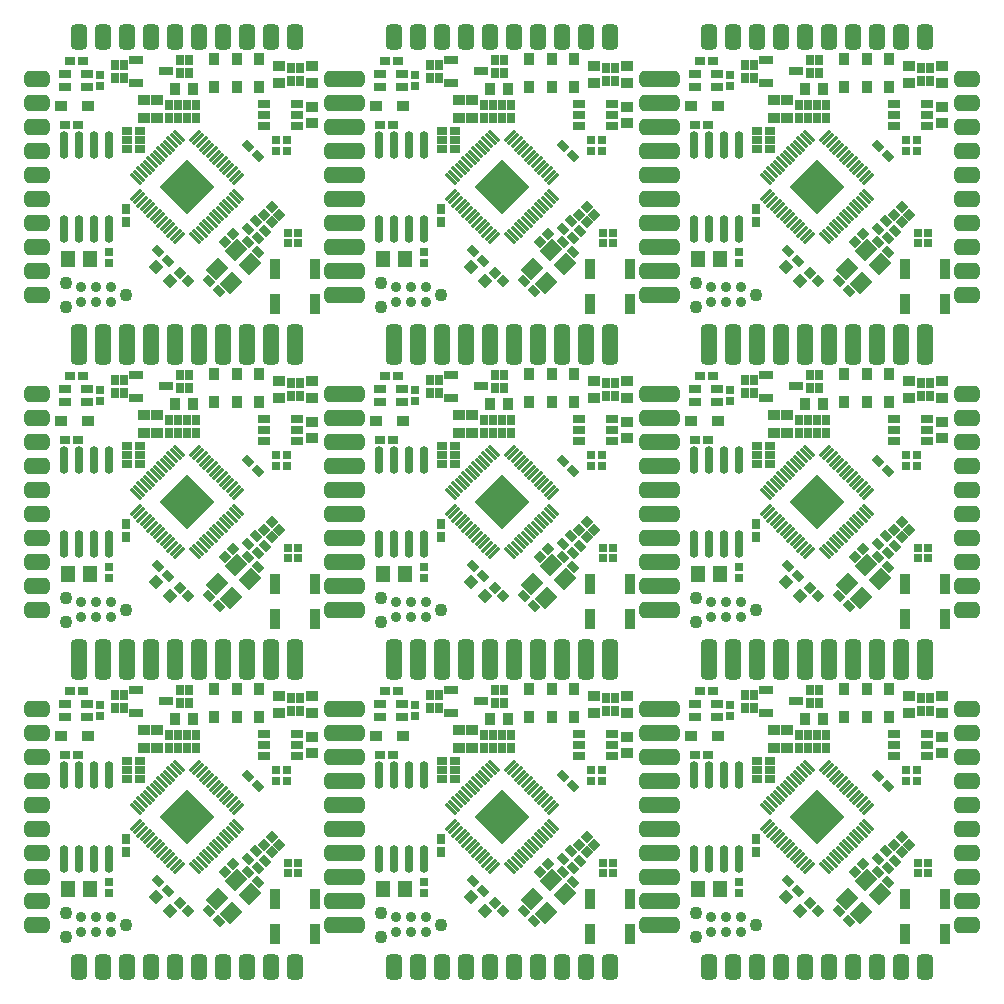
<source format=gts>
G04*
G04 #@! TF.GenerationSoftware,Altium Limited,Altium Designer,22.4.2 (48)*
G04*
G04 Layer_Color=8388736*
%FSLAX25Y25*%
%MOIN*%
G70*
G04*
G04 #@! TF.SameCoordinates,F7A32F1D-F3F7-4B4C-9B7F-94E23BE0E7E2*
G04*
G04*
G04 #@! TF.FilePolarity,Negative*
G04*
G01*
G75*
%ADD46R,0.02894X0.02894*%
G04:AMPARAMS|DCode=47|XSize=59.06mil|YSize=51.18mil|CornerRadius=0mil|HoleSize=0mil|Usage=FLASHONLY|Rotation=45.000|XOffset=0mil|YOffset=0mil|HoleType=Round|Shape=Rectangle|*
%AMROTATEDRECTD47*
4,1,4,-0.00278,-0.03897,-0.03897,-0.00278,0.00278,0.03897,0.03897,0.00278,-0.00278,-0.03897,0.0*
%
%ADD47ROTATEDRECTD47*%

%ADD48O,0.02874X0.09252*%
G04:AMPARAMS|DCode=49|XSize=47.24mil|YSize=11.81mil|CornerRadius=0mil|HoleSize=0mil|Usage=FLASHONLY|Rotation=45.000|XOffset=0mil|YOffset=0mil|HoleType=Round|Shape=Rectangle|*
%AMROTATEDRECTD49*
4,1,4,-0.01253,-0.02088,-0.02088,-0.01253,0.01253,0.02088,0.02088,0.01253,-0.01253,-0.02088,0.0*
%
%ADD49ROTATEDRECTD49*%

G04:AMPARAMS|DCode=50|XSize=47.24mil|YSize=11.81mil|CornerRadius=0mil|HoleSize=0mil|Usage=FLASHONLY|Rotation=135.000|XOffset=0mil|YOffset=0mil|HoleType=Round|Shape=Rectangle|*
%AMROTATEDRECTD50*
4,1,4,0.02088,-0.01253,0.01253,-0.02088,-0.02088,0.01253,-0.01253,0.02088,0.02088,-0.01253,0.0*
%
%ADD50ROTATEDRECTD50*%

%ADD51P,0.18374X4X90.0*%
%ADD52R,0.03894X0.03094*%
%ADD53R,0.04606X0.02756*%
%ADD54R,0.04331X0.02559*%
%ADD55R,0.03543X0.07087*%
%ADD56P,0.04092X4X360.0*%
%ADD57R,0.02894X0.02894*%
%ADD58P,0.04092X4X90.0*%
%ADD59R,0.04853X0.05815*%
%ADD60R,0.03894X0.03594*%
%ADD61R,0.03594X0.03894*%
%ADD62C,0.03494*%
%ADD63P,0.05011X4X270.0*%
%ADD64R,0.04331X0.03347*%
%ADD65R,0.03347X0.04331*%
G04:AMPARAMS|DCode=66|XSize=33.94mil|YSize=25.44mil|CornerRadius=0mil|HoleSize=0mil|Usage=FLASHONLY|Rotation=135.000|XOffset=0mil|YOffset=0mil|HoleType=Round|Shape=Rectangle|*
%AMROTATEDRECTD66*
4,1,4,0.02099,-0.00301,0.00301,-0.02099,-0.02099,0.00301,-0.00301,0.02099,0.02099,-0.00301,0.0*
%
%ADD66ROTATEDRECTD66*%

%ADD67R,0.02544X0.03394*%
%ADD68R,0.03394X0.02544*%
%ADD69R,0.03937X0.03543*%
G04:AMPARAMS|DCode=70|XSize=53.94mil|YSize=83.94mil|CornerRadius=14.47mil|HoleSize=0mil|Usage=FLASHONLY|Rotation=90.000|XOffset=0mil|YOffset=0mil|HoleType=Round|Shape=RoundedRectangle|*
%AMROUNDEDRECTD70*
21,1,0.05394,0.05500,0,0,90.0*
21,1,0.02500,0.08394,0,0,90.0*
1,1,0.02894,0.02750,0.01250*
1,1,0.02894,0.02750,-0.01250*
1,1,0.02894,-0.02750,-0.01250*
1,1,0.02894,-0.02750,0.01250*
%
%ADD70ROUNDEDRECTD70*%
G04:AMPARAMS|DCode=71|XSize=53.94mil|YSize=83.94mil|CornerRadius=14.47mil|HoleSize=0mil|Usage=FLASHONLY|Rotation=180.000|XOffset=0mil|YOffset=0mil|HoleType=Round|Shape=RoundedRectangle|*
%AMROUNDEDRECTD71*
21,1,0.05394,0.05500,0,0,180.0*
21,1,0.02500,0.08394,0,0,180.0*
1,1,0.02894,-0.01250,0.02750*
1,1,0.02894,0.01250,0.02750*
1,1,0.02894,0.01250,-0.02750*
1,1,0.02894,-0.01250,-0.02750*
%
%ADD71ROUNDEDRECTD71*%
%ADD72C,0.04284*%
D46*
X41500Y45700D02*
D03*
Y42300D02*
D03*
X101000Y52200D02*
D03*
Y48800D02*
D03*
X104500D02*
D03*
Y52200D02*
D03*
X38500Y104700D02*
D03*
Y101300D02*
D03*
X146500Y45700D02*
D03*
Y42300D02*
D03*
X206000Y52200D02*
D03*
Y48800D02*
D03*
X209500D02*
D03*
Y52200D02*
D03*
X143500Y104700D02*
D03*
Y101300D02*
D03*
X251500Y45700D02*
D03*
Y42300D02*
D03*
X311000Y52200D02*
D03*
Y48800D02*
D03*
X314500D02*
D03*
Y52200D02*
D03*
X248500Y104700D02*
D03*
Y101300D02*
D03*
X41500Y150700D02*
D03*
Y147300D02*
D03*
X101000Y157200D02*
D03*
Y153800D02*
D03*
X104500D02*
D03*
Y157200D02*
D03*
X38500Y209700D02*
D03*
Y206300D02*
D03*
X146500Y150700D02*
D03*
Y147300D02*
D03*
X206000Y157200D02*
D03*
Y153800D02*
D03*
X209500D02*
D03*
Y157200D02*
D03*
X143500Y209700D02*
D03*
Y206300D02*
D03*
X251500Y150700D02*
D03*
Y147300D02*
D03*
X311000Y157200D02*
D03*
Y153800D02*
D03*
X314500D02*
D03*
Y157200D02*
D03*
X248500Y209700D02*
D03*
Y206300D02*
D03*
X41500Y255700D02*
D03*
Y252300D02*
D03*
X101000Y262200D02*
D03*
Y258800D02*
D03*
X104500D02*
D03*
Y262200D02*
D03*
X38500Y314700D02*
D03*
Y311300D02*
D03*
X146500Y255700D02*
D03*
Y252300D02*
D03*
X206000Y262200D02*
D03*
Y258800D02*
D03*
X209500D02*
D03*
Y262200D02*
D03*
X143500Y314700D02*
D03*
Y311300D02*
D03*
X251500Y255700D02*
D03*
Y252300D02*
D03*
X311000Y262200D02*
D03*
Y258800D02*
D03*
X314500D02*
D03*
Y262200D02*
D03*
X248500Y314700D02*
D03*
Y311300D02*
D03*
D47*
X77572Y40304D02*
D03*
X83696Y46428D02*
D03*
X88428Y41696D02*
D03*
X82304Y35572D02*
D03*
X182572Y40304D02*
D03*
X188696Y46428D02*
D03*
X193429Y41696D02*
D03*
X187304Y35572D02*
D03*
X287572Y40304D02*
D03*
X293696Y46428D02*
D03*
X298429Y41696D02*
D03*
X292304Y35572D02*
D03*
X77572Y145304D02*
D03*
X83696Y151428D02*
D03*
X88428Y146696D02*
D03*
X82304Y140571D02*
D03*
X182572Y145304D02*
D03*
X188696Y151428D02*
D03*
X193429Y146696D02*
D03*
X187304Y140571D02*
D03*
X287572Y145304D02*
D03*
X293696Y151428D02*
D03*
X298429Y146696D02*
D03*
X292304Y140571D02*
D03*
X77572Y250304D02*
D03*
X83696Y256428D02*
D03*
X88428Y251696D02*
D03*
X82304Y245571D02*
D03*
X182572Y250304D02*
D03*
X188696Y256428D02*
D03*
X193429Y251696D02*
D03*
X187304Y245571D02*
D03*
X287572Y250304D02*
D03*
X293696Y256428D02*
D03*
X298429Y251696D02*
D03*
X292304Y245571D02*
D03*
D48*
X41500Y81398D02*
D03*
X36500D02*
D03*
X31500D02*
D03*
X26500D02*
D03*
X41500Y53602D02*
D03*
X36500D02*
D03*
X31500D02*
D03*
X26500D02*
D03*
X146500Y81398D02*
D03*
X141500D02*
D03*
X136500D02*
D03*
X131500D02*
D03*
X146500Y53602D02*
D03*
X141500D02*
D03*
X136500D02*
D03*
X131500D02*
D03*
X251500Y81398D02*
D03*
X246500D02*
D03*
X241500D02*
D03*
X236500D02*
D03*
X251500Y53602D02*
D03*
X246500D02*
D03*
X241500D02*
D03*
X236500D02*
D03*
X41500Y186398D02*
D03*
X36500D02*
D03*
X31500D02*
D03*
X26500D02*
D03*
X41500Y158602D02*
D03*
X36500D02*
D03*
X31500D02*
D03*
X26500D02*
D03*
X146500Y186398D02*
D03*
X141500D02*
D03*
X136500D02*
D03*
X131500D02*
D03*
X146500Y158602D02*
D03*
X141500D02*
D03*
X136500D02*
D03*
X131500D02*
D03*
X251500Y186398D02*
D03*
X246500D02*
D03*
X241500D02*
D03*
X236500D02*
D03*
X251500Y158602D02*
D03*
X246500D02*
D03*
X241500D02*
D03*
X236500D02*
D03*
X41500Y291398D02*
D03*
X36500D02*
D03*
X31500D02*
D03*
X26500D02*
D03*
X41500Y263602D02*
D03*
X36500D02*
D03*
X31500D02*
D03*
X26500D02*
D03*
X146500Y291398D02*
D03*
X141500D02*
D03*
X136500D02*
D03*
X131500D02*
D03*
X146500Y263602D02*
D03*
X141500D02*
D03*
X136500D02*
D03*
X131500D02*
D03*
X251500Y291398D02*
D03*
X246500D02*
D03*
X241500D02*
D03*
X236500D02*
D03*
X251500Y263602D02*
D03*
X246500D02*
D03*
X241500D02*
D03*
X236500D02*
D03*
D49*
X50379Y64855D02*
D03*
X51493Y63742D02*
D03*
X52606Y62628D02*
D03*
X53720Y61515D02*
D03*
X54833Y60401D02*
D03*
X55947Y59288D02*
D03*
X57060Y58174D02*
D03*
X58174Y57060D02*
D03*
X59288Y55947D02*
D03*
X60401Y54833D02*
D03*
X61515Y53720D02*
D03*
X62628Y52606D02*
D03*
X63742Y51493D02*
D03*
X64855Y50379D02*
D03*
X84621Y70145D02*
D03*
X83507Y71258D02*
D03*
X82394Y72372D02*
D03*
X81280Y73485D02*
D03*
X80167Y74599D02*
D03*
X79053Y75713D02*
D03*
X77940Y76826D02*
D03*
X76826Y77940D02*
D03*
X75713Y79053D02*
D03*
X74599Y80167D02*
D03*
X73485Y81280D02*
D03*
X72372Y82394D02*
D03*
X71258Y83507D02*
D03*
X70145Y84621D02*
D03*
X155379Y64855D02*
D03*
X156493Y63742D02*
D03*
X157606Y62628D02*
D03*
X158720Y61515D02*
D03*
X159833Y60401D02*
D03*
X160947Y59288D02*
D03*
X162060Y58174D02*
D03*
X163174Y57060D02*
D03*
X164288Y55947D02*
D03*
X165401Y54833D02*
D03*
X166515Y53720D02*
D03*
X167628Y52606D02*
D03*
X168742Y51493D02*
D03*
X169855Y50379D02*
D03*
X189621Y70145D02*
D03*
X188507Y71258D02*
D03*
X187394Y72372D02*
D03*
X186280Y73485D02*
D03*
X185167Y74599D02*
D03*
X184053Y75713D02*
D03*
X182940Y76826D02*
D03*
X181826Y77940D02*
D03*
X180712Y79053D02*
D03*
X179599Y80167D02*
D03*
X178485Y81280D02*
D03*
X177372Y82394D02*
D03*
X176258Y83507D02*
D03*
X175145Y84621D02*
D03*
X260379Y64855D02*
D03*
X261493Y63742D02*
D03*
X262606Y62628D02*
D03*
X263720Y61515D02*
D03*
X264833Y60401D02*
D03*
X265947Y59288D02*
D03*
X267060Y58174D02*
D03*
X268174Y57060D02*
D03*
X269288Y55947D02*
D03*
X270401Y54833D02*
D03*
X271515Y53720D02*
D03*
X272628Y52606D02*
D03*
X273742Y51493D02*
D03*
X274855Y50379D02*
D03*
X294621Y70145D02*
D03*
X293507Y71258D02*
D03*
X292394Y72372D02*
D03*
X291280Y73485D02*
D03*
X290167Y74599D02*
D03*
X289053Y75713D02*
D03*
X287940Y76826D02*
D03*
X286826Y77940D02*
D03*
X285713Y79053D02*
D03*
X284599Y80167D02*
D03*
X283485Y81280D02*
D03*
X282372Y82394D02*
D03*
X281258Y83507D02*
D03*
X280145Y84621D02*
D03*
X50379Y169855D02*
D03*
X51493Y168742D02*
D03*
X52606Y167628D02*
D03*
X53720Y166515D02*
D03*
X54833Y165401D02*
D03*
X55947Y164288D02*
D03*
X57060Y163174D02*
D03*
X58174Y162060D02*
D03*
X59288Y160947D02*
D03*
X60401Y159833D02*
D03*
X61515Y158720D02*
D03*
X62628Y157606D02*
D03*
X63742Y156493D02*
D03*
X64855Y155379D02*
D03*
X84621Y175145D02*
D03*
X83507Y176258D02*
D03*
X82394Y177372D02*
D03*
X81280Y178485D02*
D03*
X80167Y179599D02*
D03*
X79053Y180712D02*
D03*
X77940Y181826D02*
D03*
X76826Y182940D02*
D03*
X75713Y184053D02*
D03*
X74599Y185167D02*
D03*
X73485Y186280D02*
D03*
X72372Y187394D02*
D03*
X71258Y188507D02*
D03*
X70145Y189621D02*
D03*
X155379Y169855D02*
D03*
X156493Y168742D02*
D03*
X157606Y167628D02*
D03*
X158720Y166515D02*
D03*
X159833Y165401D02*
D03*
X160947Y164288D02*
D03*
X162060Y163174D02*
D03*
X163174Y162060D02*
D03*
X164288Y160947D02*
D03*
X165401Y159833D02*
D03*
X166515Y158720D02*
D03*
X167628Y157606D02*
D03*
X168742Y156493D02*
D03*
X169855Y155379D02*
D03*
X189621Y175145D02*
D03*
X188507Y176258D02*
D03*
X187394Y177372D02*
D03*
X186280Y178485D02*
D03*
X185167Y179599D02*
D03*
X184053Y180712D02*
D03*
X182940Y181826D02*
D03*
X181826Y182940D02*
D03*
X180712Y184053D02*
D03*
X179599Y185167D02*
D03*
X178485Y186280D02*
D03*
X177372Y187394D02*
D03*
X176258Y188507D02*
D03*
X175145Y189621D02*
D03*
X260379Y169855D02*
D03*
X261493Y168742D02*
D03*
X262606Y167628D02*
D03*
X263720Y166515D02*
D03*
X264833Y165401D02*
D03*
X265947Y164288D02*
D03*
X267060Y163174D02*
D03*
X268174Y162060D02*
D03*
X269288Y160947D02*
D03*
X270401Y159833D02*
D03*
X271515Y158720D02*
D03*
X272628Y157606D02*
D03*
X273742Y156493D02*
D03*
X274855Y155379D02*
D03*
X294621Y175145D02*
D03*
X293507Y176258D02*
D03*
X292394Y177372D02*
D03*
X291280Y178485D02*
D03*
X290167Y179599D02*
D03*
X289053Y180712D02*
D03*
X287940Y181826D02*
D03*
X286826Y182940D02*
D03*
X285713Y184053D02*
D03*
X284599Y185167D02*
D03*
X283485Y186280D02*
D03*
X282372Y187394D02*
D03*
X281258Y188507D02*
D03*
X280145Y189621D02*
D03*
X50379Y274855D02*
D03*
X51493Y273742D02*
D03*
X52606Y272628D02*
D03*
X53720Y271515D02*
D03*
X54833Y270401D02*
D03*
X55947Y269288D02*
D03*
X57060Y268174D02*
D03*
X58174Y267060D02*
D03*
X59288Y265947D02*
D03*
X60401Y264833D02*
D03*
X61515Y263720D02*
D03*
X62628Y262606D02*
D03*
X63742Y261493D02*
D03*
X64855Y260379D02*
D03*
X84621Y280145D02*
D03*
X83507Y281258D02*
D03*
X82394Y282372D02*
D03*
X81280Y283485D02*
D03*
X80167Y284599D02*
D03*
X79053Y285713D02*
D03*
X77940Y286826D02*
D03*
X76826Y287940D02*
D03*
X75713Y289053D02*
D03*
X74599Y290167D02*
D03*
X73485Y291280D02*
D03*
X72372Y292394D02*
D03*
X71258Y293507D02*
D03*
X70145Y294621D02*
D03*
X155379Y274855D02*
D03*
X156493Y273742D02*
D03*
X157606Y272628D02*
D03*
X158720Y271515D02*
D03*
X159833Y270401D02*
D03*
X160947Y269288D02*
D03*
X162060Y268174D02*
D03*
X163174Y267060D02*
D03*
X164288Y265947D02*
D03*
X165401Y264833D02*
D03*
X166515Y263720D02*
D03*
X167628Y262606D02*
D03*
X168742Y261493D02*
D03*
X169855Y260379D02*
D03*
X189621Y280145D02*
D03*
X188507Y281258D02*
D03*
X187394Y282372D02*
D03*
X186280Y283485D02*
D03*
X185167Y284599D02*
D03*
X184053Y285713D02*
D03*
X182940Y286826D02*
D03*
X181826Y287940D02*
D03*
X180712Y289053D02*
D03*
X179599Y290167D02*
D03*
X178485Y291280D02*
D03*
X177372Y292394D02*
D03*
X176258Y293507D02*
D03*
X175145Y294621D02*
D03*
X260379Y274855D02*
D03*
X261493Y273742D02*
D03*
X262606Y272628D02*
D03*
X263720Y271515D02*
D03*
X264833Y270401D02*
D03*
X265947Y269288D02*
D03*
X267060Y268174D02*
D03*
X268174Y267060D02*
D03*
X269288Y265947D02*
D03*
X270401Y264833D02*
D03*
X271515Y263720D02*
D03*
X272628Y262606D02*
D03*
X273742Y261493D02*
D03*
X274855Y260379D02*
D03*
X294621Y280145D02*
D03*
X293507Y281258D02*
D03*
X292394Y282372D02*
D03*
X291280Y283485D02*
D03*
X290167Y284599D02*
D03*
X289053Y285713D02*
D03*
X287940Y286826D02*
D03*
X286826Y287940D02*
D03*
X285713Y289053D02*
D03*
X284599Y290167D02*
D03*
X283485Y291280D02*
D03*
X282372Y292394D02*
D03*
X281258Y293507D02*
D03*
X280145Y294621D02*
D03*
D50*
X70145Y50379D02*
D03*
X71258Y51493D02*
D03*
X72372Y52606D02*
D03*
X73485Y53720D02*
D03*
X74599Y54833D02*
D03*
X75713Y55947D02*
D03*
X76826Y57060D02*
D03*
X77940Y58174D02*
D03*
X79053Y59288D02*
D03*
X80167Y60401D02*
D03*
X81280Y61515D02*
D03*
X82394Y62628D02*
D03*
X83507Y63742D02*
D03*
X84621Y64855D02*
D03*
X64855Y84621D02*
D03*
X63742Y83507D02*
D03*
X62628Y82394D02*
D03*
X61515Y81280D02*
D03*
X60401Y80167D02*
D03*
X59288Y79053D02*
D03*
X58174Y77940D02*
D03*
X57060Y76826D02*
D03*
X55947Y75713D02*
D03*
X54833Y74599D02*
D03*
X53720Y73485D02*
D03*
X52606Y72372D02*
D03*
X51493Y71258D02*
D03*
X50379Y70145D02*
D03*
X175145Y50379D02*
D03*
X176258Y51493D02*
D03*
X177372Y52606D02*
D03*
X178485Y53720D02*
D03*
X179599Y54833D02*
D03*
X180712Y55947D02*
D03*
X181826Y57060D02*
D03*
X182940Y58174D02*
D03*
X184053Y59288D02*
D03*
X185167Y60401D02*
D03*
X186280Y61515D02*
D03*
X187394Y62628D02*
D03*
X188507Y63742D02*
D03*
X189621Y64855D02*
D03*
X169855Y84621D02*
D03*
X168742Y83507D02*
D03*
X167628Y82394D02*
D03*
X166515Y81280D02*
D03*
X165401Y80167D02*
D03*
X164288Y79053D02*
D03*
X163174Y77940D02*
D03*
X162060Y76826D02*
D03*
X160947Y75713D02*
D03*
X159833Y74599D02*
D03*
X158720Y73485D02*
D03*
X157606Y72372D02*
D03*
X156493Y71258D02*
D03*
X155379Y70145D02*
D03*
X280145Y50379D02*
D03*
X281258Y51493D02*
D03*
X282372Y52606D02*
D03*
X283485Y53720D02*
D03*
X284599Y54833D02*
D03*
X285713Y55947D02*
D03*
X286826Y57060D02*
D03*
X287940Y58174D02*
D03*
X289053Y59288D02*
D03*
X290167Y60401D02*
D03*
X291280Y61515D02*
D03*
X292394Y62628D02*
D03*
X293507Y63742D02*
D03*
X294621Y64855D02*
D03*
X274855Y84621D02*
D03*
X273742Y83507D02*
D03*
X272628Y82394D02*
D03*
X271515Y81280D02*
D03*
X270401Y80167D02*
D03*
X269288Y79053D02*
D03*
X268174Y77940D02*
D03*
X267060Y76826D02*
D03*
X265947Y75713D02*
D03*
X264833Y74599D02*
D03*
X263720Y73485D02*
D03*
X262606Y72372D02*
D03*
X261493Y71258D02*
D03*
X260379Y70145D02*
D03*
X70145Y155379D02*
D03*
X71258Y156493D02*
D03*
X72372Y157606D02*
D03*
X73485Y158720D02*
D03*
X74599Y159833D02*
D03*
X75713Y160947D02*
D03*
X76826Y162060D02*
D03*
X77940Y163174D02*
D03*
X79053Y164288D02*
D03*
X80167Y165401D02*
D03*
X81280Y166515D02*
D03*
X82394Y167628D02*
D03*
X83507Y168742D02*
D03*
X84621Y169855D02*
D03*
X64855Y189621D02*
D03*
X63742Y188507D02*
D03*
X62628Y187394D02*
D03*
X61515Y186280D02*
D03*
X60401Y185167D02*
D03*
X59288Y184053D02*
D03*
X58174Y182940D02*
D03*
X57060Y181826D02*
D03*
X55947Y180712D02*
D03*
X54833Y179599D02*
D03*
X53720Y178485D02*
D03*
X52606Y177372D02*
D03*
X51493Y176258D02*
D03*
X50379Y175145D02*
D03*
X175145Y155379D02*
D03*
X176258Y156493D02*
D03*
X177372Y157606D02*
D03*
X178485Y158720D02*
D03*
X179599Y159833D02*
D03*
X180712Y160947D02*
D03*
X181826Y162060D02*
D03*
X182940Y163174D02*
D03*
X184053Y164288D02*
D03*
X185167Y165401D02*
D03*
X186280Y166515D02*
D03*
X187394Y167628D02*
D03*
X188507Y168742D02*
D03*
X189621Y169855D02*
D03*
X169855Y189621D02*
D03*
X168742Y188507D02*
D03*
X167628Y187394D02*
D03*
X166515Y186280D02*
D03*
X165401Y185167D02*
D03*
X164288Y184053D02*
D03*
X163174Y182940D02*
D03*
X162060Y181826D02*
D03*
X160947Y180712D02*
D03*
X159833Y179599D02*
D03*
X158720Y178485D02*
D03*
X157606Y177372D02*
D03*
X156493Y176258D02*
D03*
X155379Y175145D02*
D03*
X280145Y155379D02*
D03*
X281258Y156493D02*
D03*
X282372Y157606D02*
D03*
X283485Y158720D02*
D03*
X284599Y159833D02*
D03*
X285713Y160947D02*
D03*
X286826Y162060D02*
D03*
X287940Y163174D02*
D03*
X289053Y164288D02*
D03*
X290167Y165401D02*
D03*
X291280Y166515D02*
D03*
X292394Y167628D02*
D03*
X293507Y168742D02*
D03*
X294621Y169855D02*
D03*
X274855Y189621D02*
D03*
X273742Y188507D02*
D03*
X272628Y187394D02*
D03*
X271515Y186280D02*
D03*
X270401Y185167D02*
D03*
X269288Y184053D02*
D03*
X268174Y182940D02*
D03*
X267060Y181826D02*
D03*
X265947Y180712D02*
D03*
X264833Y179599D02*
D03*
X263720Y178485D02*
D03*
X262606Y177372D02*
D03*
X261493Y176258D02*
D03*
X260379Y175145D02*
D03*
X70145Y260379D02*
D03*
X71258Y261493D02*
D03*
X72372Y262606D02*
D03*
X73485Y263720D02*
D03*
X74599Y264833D02*
D03*
X75713Y265947D02*
D03*
X76826Y267060D02*
D03*
X77940Y268174D02*
D03*
X79053Y269288D02*
D03*
X80167Y270401D02*
D03*
X81280Y271515D02*
D03*
X82394Y272628D02*
D03*
X83507Y273742D02*
D03*
X84621Y274855D02*
D03*
X64855Y294621D02*
D03*
X63742Y293507D02*
D03*
X62628Y292394D02*
D03*
X61515Y291280D02*
D03*
X60401Y290167D02*
D03*
X59288Y289053D02*
D03*
X58174Y287940D02*
D03*
X57060Y286826D02*
D03*
X55947Y285713D02*
D03*
X54833Y284599D02*
D03*
X53720Y283485D02*
D03*
X52606Y282372D02*
D03*
X51493Y281258D02*
D03*
X50379Y280145D02*
D03*
X175145Y260379D02*
D03*
X176258Y261493D02*
D03*
X177372Y262606D02*
D03*
X178485Y263720D02*
D03*
X179599Y264833D02*
D03*
X180712Y265947D02*
D03*
X181826Y267060D02*
D03*
X182940Y268174D02*
D03*
X184053Y269288D02*
D03*
X185167Y270401D02*
D03*
X186280Y271515D02*
D03*
X187394Y272628D02*
D03*
X188507Y273742D02*
D03*
X189621Y274855D02*
D03*
X169855Y294621D02*
D03*
X168742Y293507D02*
D03*
X167628Y292394D02*
D03*
X166515Y291280D02*
D03*
X165401Y290167D02*
D03*
X164288Y289053D02*
D03*
X163174Y287940D02*
D03*
X162060Y286826D02*
D03*
X160947Y285713D02*
D03*
X159833Y284599D02*
D03*
X158720Y283485D02*
D03*
X157606Y282372D02*
D03*
X156493Y281258D02*
D03*
X155379Y280145D02*
D03*
X280145Y260379D02*
D03*
X281258Y261493D02*
D03*
X282372Y262606D02*
D03*
X283485Y263720D02*
D03*
X284599Y264833D02*
D03*
X285713Y265947D02*
D03*
X286826Y267060D02*
D03*
X287940Y268174D02*
D03*
X289053Y269288D02*
D03*
X290167Y270401D02*
D03*
X291280Y271515D02*
D03*
X292394Y272628D02*
D03*
X293507Y273742D02*
D03*
X294621Y274855D02*
D03*
X274855Y294621D02*
D03*
X273742Y293507D02*
D03*
X272628Y292394D02*
D03*
X271515Y291280D02*
D03*
X270401Y290167D02*
D03*
X269288Y289053D02*
D03*
X268174Y287940D02*
D03*
X267060Y286826D02*
D03*
X265947Y285713D02*
D03*
X264833Y284599D02*
D03*
X263720Y283485D02*
D03*
X262606Y282372D02*
D03*
X261493Y281258D02*
D03*
X260379Y280145D02*
D03*
D51*
X67500Y67500D02*
D03*
X172500D02*
D03*
X277500D02*
D03*
X67500Y172500D02*
D03*
X172500D02*
D03*
X277500D02*
D03*
X67500Y277500D02*
D03*
X172500D02*
D03*
X277500D02*
D03*
D52*
X34100Y105130D02*
D03*
Y100870D02*
D03*
X26900D02*
D03*
Y105130D02*
D03*
X139100D02*
D03*
Y100870D02*
D03*
X131900D02*
D03*
Y105130D02*
D03*
X244100D02*
D03*
Y100870D02*
D03*
X236900D02*
D03*
Y105130D02*
D03*
X34100Y210130D02*
D03*
Y205870D02*
D03*
X26900D02*
D03*
Y210130D02*
D03*
X139100D02*
D03*
Y205870D02*
D03*
X131900D02*
D03*
Y210130D02*
D03*
X244100D02*
D03*
Y205870D02*
D03*
X236900D02*
D03*
Y210130D02*
D03*
X34100Y315130D02*
D03*
Y310870D02*
D03*
X26900D02*
D03*
Y315130D02*
D03*
X139100D02*
D03*
Y310870D02*
D03*
X131900D02*
D03*
Y315130D02*
D03*
X244100D02*
D03*
Y310870D02*
D03*
X236900D02*
D03*
Y315130D02*
D03*
D53*
X50638Y109740D02*
D03*
Y102260D02*
D03*
X60363Y106000D02*
D03*
X155638Y109740D02*
D03*
Y102260D02*
D03*
X165363Y106000D02*
D03*
X260638Y109740D02*
D03*
Y102260D02*
D03*
X270363Y106000D02*
D03*
X50638Y214740D02*
D03*
Y207260D02*
D03*
X60363Y211000D02*
D03*
X155638Y214740D02*
D03*
Y207260D02*
D03*
X165363Y211000D02*
D03*
X260638Y214740D02*
D03*
Y207260D02*
D03*
X270363Y211000D02*
D03*
X50638Y319740D02*
D03*
Y312260D02*
D03*
X60363Y316000D02*
D03*
X155638Y319740D02*
D03*
Y312260D02*
D03*
X165363Y316000D02*
D03*
X260638Y319740D02*
D03*
Y312260D02*
D03*
X270363Y316000D02*
D03*
D54*
X92988Y87760D02*
D03*
Y91500D02*
D03*
Y95240D02*
D03*
X104012D02*
D03*
Y91500D02*
D03*
Y87760D02*
D03*
X197988D02*
D03*
Y91500D02*
D03*
Y95240D02*
D03*
X209012D02*
D03*
Y91500D02*
D03*
Y87760D02*
D03*
X302988D02*
D03*
Y91500D02*
D03*
Y95240D02*
D03*
X314012D02*
D03*
Y91500D02*
D03*
Y87760D02*
D03*
X92988Y192760D02*
D03*
Y196500D02*
D03*
Y200239D02*
D03*
X104012D02*
D03*
Y196500D02*
D03*
Y192760D02*
D03*
X197988D02*
D03*
Y196500D02*
D03*
Y200239D02*
D03*
X209012D02*
D03*
Y196500D02*
D03*
Y192760D02*
D03*
X302988D02*
D03*
Y196500D02*
D03*
Y200239D02*
D03*
X314012D02*
D03*
Y196500D02*
D03*
Y192760D02*
D03*
X92988Y297760D02*
D03*
Y301500D02*
D03*
Y305240D02*
D03*
X104012D02*
D03*
Y301500D02*
D03*
Y297760D02*
D03*
X197988D02*
D03*
Y301500D02*
D03*
Y305240D02*
D03*
X209012D02*
D03*
Y301500D02*
D03*
Y297760D02*
D03*
X302988D02*
D03*
Y301500D02*
D03*
Y305240D02*
D03*
X314012D02*
D03*
Y301500D02*
D03*
Y297760D02*
D03*
D55*
X110193Y28500D02*
D03*
X96807D02*
D03*
X110193Y40000D02*
D03*
X96807D02*
D03*
X215193Y28500D02*
D03*
X201807D02*
D03*
X215193Y40000D02*
D03*
X201807D02*
D03*
X320193Y28500D02*
D03*
X306807D02*
D03*
X320193Y40000D02*
D03*
X306807D02*
D03*
X110193Y133500D02*
D03*
X96807D02*
D03*
X110193Y145000D02*
D03*
X96807D02*
D03*
X215193Y133500D02*
D03*
X201807D02*
D03*
X215193Y145000D02*
D03*
X201807D02*
D03*
X320193Y133500D02*
D03*
X306807D02*
D03*
X320193Y145000D02*
D03*
X306807D02*
D03*
X110193Y238500D02*
D03*
X96807D02*
D03*
X110193Y250000D02*
D03*
X96807D02*
D03*
X215193Y238500D02*
D03*
X201807D02*
D03*
X215193Y250000D02*
D03*
X201807D02*
D03*
X320193Y238500D02*
D03*
X306807D02*
D03*
X320193Y250000D02*
D03*
X306807D02*
D03*
D56*
X67702Y36298D02*
D03*
X65298Y38702D02*
D03*
X95702Y55798D02*
D03*
X93298Y58202D02*
D03*
X98202Y58298D02*
D03*
X95798Y60702D02*
D03*
X172702Y36298D02*
D03*
X170298Y38702D02*
D03*
X200702Y55798D02*
D03*
X198298Y58202D02*
D03*
X203202Y58298D02*
D03*
X200798Y60702D02*
D03*
X277702Y36298D02*
D03*
X275298Y38702D02*
D03*
X305702Y55798D02*
D03*
X303298Y58202D02*
D03*
X308202Y58298D02*
D03*
X305798Y60702D02*
D03*
X67702Y141298D02*
D03*
X65298Y143702D02*
D03*
X95702Y160798D02*
D03*
X93298Y163202D02*
D03*
X98202Y163298D02*
D03*
X95798Y165702D02*
D03*
X172702Y141298D02*
D03*
X170298Y143702D02*
D03*
X200702Y160798D02*
D03*
X198298Y163202D02*
D03*
X203202Y163298D02*
D03*
X200798Y165702D02*
D03*
X277702Y141298D02*
D03*
X275298Y143702D02*
D03*
X305702Y160798D02*
D03*
X303298Y163202D02*
D03*
X308202Y163298D02*
D03*
X305798Y165702D02*
D03*
X67702Y246298D02*
D03*
X65298Y248702D02*
D03*
X95702Y265798D02*
D03*
X93298Y268202D02*
D03*
X98202Y268298D02*
D03*
X95798Y270702D02*
D03*
X172702Y246298D02*
D03*
X170298Y248702D02*
D03*
X200702Y265798D02*
D03*
X198298Y268202D02*
D03*
X203202Y268298D02*
D03*
X200798Y270702D02*
D03*
X277702Y246298D02*
D03*
X275298Y248702D02*
D03*
X305702Y265798D02*
D03*
X303298Y268202D02*
D03*
X308202Y268298D02*
D03*
X305798Y270702D02*
D03*
D57*
X97300Y79500D02*
D03*
X100700D02*
D03*
Y83000D02*
D03*
X97300D02*
D03*
X202300Y79500D02*
D03*
X205700D02*
D03*
Y83000D02*
D03*
X202300D02*
D03*
X307300Y79500D02*
D03*
X310700D02*
D03*
Y83000D02*
D03*
X307300D02*
D03*
X97300Y184500D02*
D03*
X100700D02*
D03*
Y188000D02*
D03*
X97300D02*
D03*
X202300Y184500D02*
D03*
X205700D02*
D03*
Y188000D02*
D03*
X202300D02*
D03*
X307300Y184500D02*
D03*
X310700D02*
D03*
Y188000D02*
D03*
X307300D02*
D03*
X97300Y289500D02*
D03*
X100700D02*
D03*
Y293000D02*
D03*
X97300D02*
D03*
X202300Y289500D02*
D03*
X205700D02*
D03*
Y293000D02*
D03*
X202300D02*
D03*
X307300Y289500D02*
D03*
X310700D02*
D03*
Y293000D02*
D03*
X307300D02*
D03*
D58*
X82702Y51702D02*
D03*
X80298Y49298D02*
D03*
X187702Y51702D02*
D03*
X185298Y49298D02*
D03*
X292702Y51702D02*
D03*
X290298Y49298D02*
D03*
X82702Y156702D02*
D03*
X80298Y154298D02*
D03*
X187702Y156702D02*
D03*
X185298Y154298D02*
D03*
X292702Y156702D02*
D03*
X290298Y154298D02*
D03*
X82702Y261702D02*
D03*
X80298Y259298D02*
D03*
X187702Y261702D02*
D03*
X185298Y259298D02*
D03*
X292702Y261702D02*
D03*
X290298Y259298D02*
D03*
D59*
X27696Y43500D02*
D03*
X35304D02*
D03*
X132696D02*
D03*
X140304D02*
D03*
X237696D02*
D03*
X245304D02*
D03*
X27696Y148500D02*
D03*
X35304D02*
D03*
X132696D02*
D03*
X140304D02*
D03*
X237696D02*
D03*
X245304D02*
D03*
X27696Y253500D02*
D03*
X35304D02*
D03*
X132696D02*
D03*
X140304D02*
D03*
X237696D02*
D03*
X245304D02*
D03*
D60*
X57500Y90500D02*
D03*
Y96500D02*
D03*
X53000Y90500D02*
D03*
Y96500D02*
D03*
X162500Y90500D02*
D03*
Y96500D02*
D03*
X158000Y90500D02*
D03*
Y96500D02*
D03*
X267500Y90500D02*
D03*
Y96500D02*
D03*
X263000Y90500D02*
D03*
Y96500D02*
D03*
X57500Y195500D02*
D03*
Y201500D02*
D03*
X53000Y195500D02*
D03*
Y201500D02*
D03*
X162500Y195500D02*
D03*
Y201500D02*
D03*
X158000Y195500D02*
D03*
Y201500D02*
D03*
X267500Y195500D02*
D03*
Y201500D02*
D03*
X263000Y195500D02*
D03*
Y201500D02*
D03*
X57500Y300500D02*
D03*
Y306500D02*
D03*
X53000Y300500D02*
D03*
Y306500D02*
D03*
X162500Y300500D02*
D03*
Y306500D02*
D03*
X158000Y300500D02*
D03*
Y306500D02*
D03*
X267500Y300500D02*
D03*
Y306500D02*
D03*
X263000Y300500D02*
D03*
Y306500D02*
D03*
D61*
X69500Y100000D02*
D03*
X63500D02*
D03*
X174500D02*
D03*
X168500D02*
D03*
X279500D02*
D03*
X273500D02*
D03*
X69500Y205000D02*
D03*
X63500D02*
D03*
X174500D02*
D03*
X168500D02*
D03*
X279500D02*
D03*
X273500D02*
D03*
X69500Y310000D02*
D03*
X63500D02*
D03*
X174500D02*
D03*
X168500D02*
D03*
X279500D02*
D03*
X273500D02*
D03*
D62*
X42000Y34000D02*
D03*
Y29000D02*
D03*
X37000D02*
D03*
Y34000D02*
D03*
X32000Y29000D02*
D03*
Y34000D02*
D03*
X147000D02*
D03*
Y29000D02*
D03*
X142000D02*
D03*
Y34000D02*
D03*
X137000Y29000D02*
D03*
Y34000D02*
D03*
X252000D02*
D03*
Y29000D02*
D03*
X247000D02*
D03*
Y34000D02*
D03*
X242000Y29000D02*
D03*
Y34000D02*
D03*
X42000Y139000D02*
D03*
Y134000D02*
D03*
X37000D02*
D03*
Y139000D02*
D03*
X32000Y134000D02*
D03*
Y139000D02*
D03*
X147000D02*
D03*
Y134000D02*
D03*
X142000D02*
D03*
Y139000D02*
D03*
X137000Y134000D02*
D03*
Y139000D02*
D03*
X252000D02*
D03*
Y134000D02*
D03*
X247000D02*
D03*
Y139000D02*
D03*
X242000Y134000D02*
D03*
Y139000D02*
D03*
X42000Y244000D02*
D03*
Y239000D02*
D03*
X37000D02*
D03*
Y244000D02*
D03*
X32000Y239000D02*
D03*
Y244000D02*
D03*
X147000D02*
D03*
Y239000D02*
D03*
X142000D02*
D03*
Y244000D02*
D03*
X137000Y239000D02*
D03*
Y244000D02*
D03*
X252000D02*
D03*
Y239000D02*
D03*
X247000D02*
D03*
Y244000D02*
D03*
X242000Y239000D02*
D03*
Y244000D02*
D03*
D63*
X57131Y40869D02*
D03*
X61869Y36131D02*
D03*
X162131Y40869D02*
D03*
X166869Y36131D02*
D03*
X267131Y40869D02*
D03*
X271869Y36131D02*
D03*
X57131Y145869D02*
D03*
X61869Y141131D02*
D03*
X162131Y145869D02*
D03*
X166869Y141131D02*
D03*
X267131Y145869D02*
D03*
X271869Y141131D02*
D03*
X57131Y250869D02*
D03*
X61869Y246131D02*
D03*
X162131Y250869D02*
D03*
X166869Y246131D02*
D03*
X267131Y250869D02*
D03*
X271869Y246131D02*
D03*
D64*
X25384Y94500D02*
D03*
X34617D02*
D03*
X130384D02*
D03*
X139617D02*
D03*
X235384D02*
D03*
X244617D02*
D03*
X25384Y199500D02*
D03*
X34617D02*
D03*
X130384D02*
D03*
X139617D02*
D03*
X235384D02*
D03*
X244617D02*
D03*
X25384Y304500D02*
D03*
X34617D02*
D03*
X130384D02*
D03*
X139617D02*
D03*
X235384D02*
D03*
X244617D02*
D03*
D65*
X91500Y100884D02*
D03*
Y110117D02*
D03*
X84000Y100884D02*
D03*
Y110117D02*
D03*
X76500Y100884D02*
D03*
Y110117D02*
D03*
X196500Y100884D02*
D03*
Y110117D02*
D03*
X189000Y100884D02*
D03*
Y110117D02*
D03*
X181500Y100884D02*
D03*
Y110117D02*
D03*
X301500Y100884D02*
D03*
Y110117D02*
D03*
X294000Y100884D02*
D03*
Y110117D02*
D03*
X286500Y100884D02*
D03*
Y110117D02*
D03*
X91500Y205884D02*
D03*
Y215117D02*
D03*
X84000Y205884D02*
D03*
Y215117D02*
D03*
X76500Y205884D02*
D03*
Y215117D02*
D03*
X196500Y205884D02*
D03*
Y215117D02*
D03*
X189000Y205884D02*
D03*
Y215117D02*
D03*
X181500Y205884D02*
D03*
Y215117D02*
D03*
X301500Y205884D02*
D03*
Y215117D02*
D03*
X294000Y205884D02*
D03*
Y215117D02*
D03*
X286500Y205884D02*
D03*
Y215117D02*
D03*
X91500Y310884D02*
D03*
Y320117D02*
D03*
X84000Y310884D02*
D03*
Y320117D02*
D03*
X76500Y310884D02*
D03*
Y320117D02*
D03*
X196500Y310884D02*
D03*
Y320117D02*
D03*
X189000Y310884D02*
D03*
Y320117D02*
D03*
X181500Y310884D02*
D03*
Y320117D02*
D03*
X301500Y310884D02*
D03*
Y320117D02*
D03*
X294000Y310884D02*
D03*
Y320117D02*
D03*
X286500Y310884D02*
D03*
Y320117D02*
D03*
D66*
X87980Y49020D02*
D03*
X91020Y45980D02*
D03*
X78020Y32980D02*
D03*
X74980Y36020D02*
D03*
X57980Y46020D02*
D03*
X61020Y42980D02*
D03*
X87980Y53520D02*
D03*
X91020Y50480D02*
D03*
X87980Y81020D02*
D03*
X91020Y77980D02*
D03*
X90480Y56020D02*
D03*
X93520Y52980D02*
D03*
X192980Y49020D02*
D03*
X196020Y45980D02*
D03*
X183020Y32980D02*
D03*
X179980Y36020D02*
D03*
X162980Y46020D02*
D03*
X166020Y42980D02*
D03*
X192980Y53520D02*
D03*
X196020Y50480D02*
D03*
X192980Y81020D02*
D03*
X196020Y77980D02*
D03*
X195480Y56020D02*
D03*
X198520Y52980D02*
D03*
X297980Y49020D02*
D03*
X301020Y45980D02*
D03*
X288020Y32980D02*
D03*
X284980Y36020D02*
D03*
X267980Y46020D02*
D03*
X271020Y42980D02*
D03*
X297980Y53520D02*
D03*
X301020Y50480D02*
D03*
X297980Y81020D02*
D03*
X301020Y77980D02*
D03*
X300480Y56020D02*
D03*
X303520Y52980D02*
D03*
X87980Y154020D02*
D03*
X91020Y150980D02*
D03*
X78020Y137980D02*
D03*
X74980Y141020D02*
D03*
X57980Y151020D02*
D03*
X61020Y147980D02*
D03*
X87980Y158520D02*
D03*
X91020Y155480D02*
D03*
X87980Y186020D02*
D03*
X91020Y182980D02*
D03*
X90480Y161020D02*
D03*
X93520Y157980D02*
D03*
X192980Y154020D02*
D03*
X196020Y150980D02*
D03*
X183020Y137980D02*
D03*
X179980Y141020D02*
D03*
X162980Y151020D02*
D03*
X166020Y147980D02*
D03*
X192980Y158520D02*
D03*
X196020Y155480D02*
D03*
X192980Y186020D02*
D03*
X196020Y182980D02*
D03*
X195480Y161020D02*
D03*
X198520Y157980D02*
D03*
X297980Y154020D02*
D03*
X301020Y150980D02*
D03*
X288020Y137980D02*
D03*
X284980Y141020D02*
D03*
X267980Y151020D02*
D03*
X271020Y147980D02*
D03*
X297980Y158520D02*
D03*
X301020Y155480D02*
D03*
X297980Y186020D02*
D03*
X301020Y182980D02*
D03*
X300480Y161020D02*
D03*
X303520Y157980D02*
D03*
X87980Y259020D02*
D03*
X91020Y255980D02*
D03*
X78020Y242980D02*
D03*
X74980Y246020D02*
D03*
X57980Y256020D02*
D03*
X61020Y252980D02*
D03*
X87980Y263520D02*
D03*
X91020Y260480D02*
D03*
X87980Y291020D02*
D03*
X91020Y287980D02*
D03*
X90480Y266020D02*
D03*
X93520Y262980D02*
D03*
X192980Y259020D02*
D03*
X196020Y255980D02*
D03*
X183020Y242980D02*
D03*
X179980Y246020D02*
D03*
X162980Y256020D02*
D03*
X166020Y252980D02*
D03*
X192980Y263520D02*
D03*
X196020Y260480D02*
D03*
X192980Y291020D02*
D03*
X196020Y287980D02*
D03*
X195480Y266020D02*
D03*
X198520Y262980D02*
D03*
X297980Y259020D02*
D03*
X301020Y255980D02*
D03*
X288020Y242980D02*
D03*
X284980Y246020D02*
D03*
X267980Y256020D02*
D03*
X271020Y252980D02*
D03*
X297980Y263520D02*
D03*
X301020Y260480D02*
D03*
X297980Y291020D02*
D03*
X301020Y287980D02*
D03*
X300480Y266020D02*
D03*
X303520Y262980D02*
D03*
D67*
X47000Y60150D02*
D03*
Y55850D02*
D03*
X70500Y90350D02*
D03*
Y94650D02*
D03*
X67500Y90350D02*
D03*
Y94650D02*
D03*
X43500Y103850D02*
D03*
Y108150D02*
D03*
X46500Y103850D02*
D03*
Y108150D02*
D03*
X65000Y105350D02*
D03*
Y109650D02*
D03*
X68000Y105350D02*
D03*
Y109650D02*
D03*
X102000Y102850D02*
D03*
Y107150D02*
D03*
X105000Y102850D02*
D03*
Y107150D02*
D03*
X61500Y90350D02*
D03*
Y94650D02*
D03*
X64500Y90350D02*
D03*
Y94650D02*
D03*
X152000Y60150D02*
D03*
Y55850D02*
D03*
X175500Y90350D02*
D03*
Y94650D02*
D03*
X172500Y90350D02*
D03*
Y94650D02*
D03*
X148500Y103850D02*
D03*
Y108150D02*
D03*
X151500Y103850D02*
D03*
Y108150D02*
D03*
X170000Y105350D02*
D03*
Y109650D02*
D03*
X173000Y105350D02*
D03*
Y109650D02*
D03*
X207000Y102850D02*
D03*
Y107150D02*
D03*
X210000Y102850D02*
D03*
Y107150D02*
D03*
X166500Y90350D02*
D03*
Y94650D02*
D03*
X169500Y90350D02*
D03*
Y94650D02*
D03*
X257000Y60150D02*
D03*
Y55850D02*
D03*
X280500Y90350D02*
D03*
Y94650D02*
D03*
X277500Y90350D02*
D03*
Y94650D02*
D03*
X253500Y103850D02*
D03*
Y108150D02*
D03*
X256500Y103850D02*
D03*
Y108150D02*
D03*
X275000Y105350D02*
D03*
Y109650D02*
D03*
X278000Y105350D02*
D03*
Y109650D02*
D03*
X312000Y102850D02*
D03*
Y107150D02*
D03*
X315000Y102850D02*
D03*
Y107150D02*
D03*
X271500Y90350D02*
D03*
Y94650D02*
D03*
X274500Y90350D02*
D03*
Y94650D02*
D03*
X47000Y165150D02*
D03*
Y160850D02*
D03*
X70500Y195350D02*
D03*
Y199650D02*
D03*
X67500Y195350D02*
D03*
Y199650D02*
D03*
X43500Y208850D02*
D03*
Y213150D02*
D03*
X46500Y208850D02*
D03*
Y213150D02*
D03*
X65000Y210350D02*
D03*
Y214650D02*
D03*
X68000Y210350D02*
D03*
Y214650D02*
D03*
X102000Y207850D02*
D03*
Y212150D02*
D03*
X105000Y207850D02*
D03*
Y212150D02*
D03*
X61500Y195350D02*
D03*
Y199650D02*
D03*
X64500Y195350D02*
D03*
Y199650D02*
D03*
X152000Y165150D02*
D03*
Y160850D02*
D03*
X175500Y195350D02*
D03*
Y199650D02*
D03*
X172500Y195350D02*
D03*
Y199650D02*
D03*
X148500Y208850D02*
D03*
Y213150D02*
D03*
X151500Y208850D02*
D03*
Y213150D02*
D03*
X170000Y210350D02*
D03*
Y214650D02*
D03*
X173000Y210350D02*
D03*
Y214650D02*
D03*
X207000Y207850D02*
D03*
Y212150D02*
D03*
X210000Y207850D02*
D03*
Y212150D02*
D03*
X166500Y195350D02*
D03*
Y199650D02*
D03*
X169500Y195350D02*
D03*
Y199650D02*
D03*
X257000Y165150D02*
D03*
Y160850D02*
D03*
X280500Y195350D02*
D03*
Y199650D02*
D03*
X277500Y195350D02*
D03*
Y199650D02*
D03*
X253500Y208850D02*
D03*
Y213150D02*
D03*
X256500Y208850D02*
D03*
Y213150D02*
D03*
X275000Y210350D02*
D03*
Y214650D02*
D03*
X278000Y210350D02*
D03*
Y214650D02*
D03*
X312000Y207850D02*
D03*
Y212150D02*
D03*
X315000Y207850D02*
D03*
Y212150D02*
D03*
X271500Y195350D02*
D03*
Y199650D02*
D03*
X274500Y195350D02*
D03*
Y199650D02*
D03*
X47000Y270150D02*
D03*
Y265850D02*
D03*
X70500Y300350D02*
D03*
Y304650D02*
D03*
X67500Y300350D02*
D03*
Y304650D02*
D03*
X43500Y313850D02*
D03*
Y318150D02*
D03*
X46500Y313850D02*
D03*
Y318150D02*
D03*
X65000Y315350D02*
D03*
Y319650D02*
D03*
X68000Y315350D02*
D03*
Y319650D02*
D03*
X102000Y312850D02*
D03*
Y317150D02*
D03*
X105000Y312850D02*
D03*
Y317150D02*
D03*
X61500Y300350D02*
D03*
Y304650D02*
D03*
X64500Y300350D02*
D03*
Y304650D02*
D03*
X152000Y270150D02*
D03*
Y265850D02*
D03*
X175500Y300350D02*
D03*
Y304650D02*
D03*
X172500Y300350D02*
D03*
Y304650D02*
D03*
X148500Y313850D02*
D03*
Y318150D02*
D03*
X151500Y313850D02*
D03*
Y318150D02*
D03*
X170000Y315350D02*
D03*
Y319650D02*
D03*
X173000Y315350D02*
D03*
Y319650D02*
D03*
X207000Y312850D02*
D03*
Y317150D02*
D03*
X210000Y312850D02*
D03*
Y317150D02*
D03*
X166500Y300350D02*
D03*
Y304650D02*
D03*
X169500Y300350D02*
D03*
Y304650D02*
D03*
X257000Y270150D02*
D03*
Y265850D02*
D03*
X280500Y300350D02*
D03*
Y304650D02*
D03*
X277500Y300350D02*
D03*
Y304650D02*
D03*
X253500Y313850D02*
D03*
Y318150D02*
D03*
X256500Y313850D02*
D03*
Y318150D02*
D03*
X275000Y315350D02*
D03*
Y319650D02*
D03*
X278000Y315350D02*
D03*
Y319650D02*
D03*
X312000Y312850D02*
D03*
Y317150D02*
D03*
X315000Y312850D02*
D03*
Y317150D02*
D03*
X271500Y300350D02*
D03*
Y304650D02*
D03*
X274500Y300350D02*
D03*
Y304650D02*
D03*
D68*
X51650Y86000D02*
D03*
X47350D02*
D03*
X51650Y83000D02*
D03*
X47350D02*
D03*
X32650Y109500D02*
D03*
X28350D02*
D03*
X51650Y80000D02*
D03*
X47350D02*
D03*
X26850Y88000D02*
D03*
X31150D02*
D03*
X156650Y86000D02*
D03*
X152350D02*
D03*
X156650Y83000D02*
D03*
X152350D02*
D03*
X137650Y109500D02*
D03*
X133350D02*
D03*
X156650Y80000D02*
D03*
X152350D02*
D03*
X131850Y88000D02*
D03*
X136150D02*
D03*
X261650Y86000D02*
D03*
X257350D02*
D03*
X261650Y83000D02*
D03*
X257350D02*
D03*
X242650Y109500D02*
D03*
X238350D02*
D03*
X261650Y80000D02*
D03*
X257350D02*
D03*
X236850Y88000D02*
D03*
X241150D02*
D03*
X51650Y191000D02*
D03*
X47350D02*
D03*
X51650Y188000D02*
D03*
X47350D02*
D03*
X32650Y214500D02*
D03*
X28350D02*
D03*
X51650Y185000D02*
D03*
X47350D02*
D03*
X26850Y193000D02*
D03*
X31150D02*
D03*
X156650Y191000D02*
D03*
X152350D02*
D03*
X156650Y188000D02*
D03*
X152350D02*
D03*
X137650Y214500D02*
D03*
X133350D02*
D03*
X156650Y185000D02*
D03*
X152350D02*
D03*
X131850Y193000D02*
D03*
X136150D02*
D03*
X261650Y191000D02*
D03*
X257350D02*
D03*
X261650Y188000D02*
D03*
X257350D02*
D03*
X242650Y214500D02*
D03*
X238350D02*
D03*
X261650Y185000D02*
D03*
X257350D02*
D03*
X236850Y193000D02*
D03*
X241150D02*
D03*
X51650Y296000D02*
D03*
X47350D02*
D03*
X51650Y293000D02*
D03*
X47350D02*
D03*
X32650Y319500D02*
D03*
X28350D02*
D03*
X51650Y290000D02*
D03*
X47350D02*
D03*
X26850Y298000D02*
D03*
X31150D02*
D03*
X156650Y296000D02*
D03*
X152350D02*
D03*
X156650Y293000D02*
D03*
X152350D02*
D03*
X137650Y319500D02*
D03*
X133350D02*
D03*
X156650Y290000D02*
D03*
X152350D02*
D03*
X131850Y298000D02*
D03*
X136150D02*
D03*
X261650Y296000D02*
D03*
X257350D02*
D03*
X261650Y293000D02*
D03*
X257350D02*
D03*
X242650Y319500D02*
D03*
X238350D02*
D03*
X261650Y290000D02*
D03*
X257350D02*
D03*
X236850Y298000D02*
D03*
X241150D02*
D03*
D69*
X98000Y107755D02*
D03*
Y102244D02*
D03*
X109000Y107755D02*
D03*
Y102244D02*
D03*
Y94256D02*
D03*
Y88744D02*
D03*
X203000Y107755D02*
D03*
Y102244D02*
D03*
X214000Y107755D02*
D03*
Y102244D02*
D03*
Y94256D02*
D03*
Y88744D02*
D03*
X308000Y107755D02*
D03*
Y102244D02*
D03*
X319000Y107755D02*
D03*
Y102244D02*
D03*
Y94256D02*
D03*
Y88744D02*
D03*
X98000Y212755D02*
D03*
Y207244D02*
D03*
X109000Y212755D02*
D03*
Y207244D02*
D03*
Y199256D02*
D03*
Y193745D02*
D03*
X203000Y212755D02*
D03*
Y207244D02*
D03*
X214000Y212755D02*
D03*
Y207244D02*
D03*
Y199256D02*
D03*
Y193745D02*
D03*
X308000Y212755D02*
D03*
Y207244D02*
D03*
X319000Y212755D02*
D03*
Y207244D02*
D03*
Y199256D02*
D03*
Y193745D02*
D03*
X98000Y317756D02*
D03*
Y312245D02*
D03*
X109000Y317756D02*
D03*
Y312245D02*
D03*
Y304256D02*
D03*
Y298745D02*
D03*
X203000Y317756D02*
D03*
Y312245D02*
D03*
X214000Y317756D02*
D03*
Y312245D02*
D03*
Y304256D02*
D03*
Y298745D02*
D03*
X308000Y317756D02*
D03*
Y312245D02*
D03*
X319000Y317756D02*
D03*
Y312245D02*
D03*
Y304256D02*
D03*
Y298745D02*
D03*
D70*
X17500Y31500D02*
D03*
Y39500D02*
D03*
Y47500D02*
D03*
Y55500D02*
D03*
Y63500D02*
D03*
Y71500D02*
D03*
Y79500D02*
D03*
Y87500D02*
D03*
Y95500D02*
D03*
Y103500D02*
D03*
X117500D02*
D03*
Y95500D02*
D03*
Y87500D02*
D03*
Y79500D02*
D03*
Y71500D02*
D03*
Y63500D02*
D03*
Y55500D02*
D03*
Y47500D02*
D03*
Y39500D02*
D03*
Y31500D02*
D03*
X122500D02*
D03*
Y39500D02*
D03*
Y47500D02*
D03*
Y55500D02*
D03*
Y63500D02*
D03*
Y71500D02*
D03*
Y79500D02*
D03*
Y87500D02*
D03*
Y95500D02*
D03*
Y103500D02*
D03*
X222500D02*
D03*
Y95500D02*
D03*
Y87500D02*
D03*
Y79500D02*
D03*
Y71500D02*
D03*
Y63500D02*
D03*
Y55500D02*
D03*
Y47500D02*
D03*
Y39500D02*
D03*
Y31500D02*
D03*
X227500D02*
D03*
Y39500D02*
D03*
Y47500D02*
D03*
Y55500D02*
D03*
Y63500D02*
D03*
Y71500D02*
D03*
Y79500D02*
D03*
Y87500D02*
D03*
Y95500D02*
D03*
Y103500D02*
D03*
X327500D02*
D03*
Y95500D02*
D03*
Y87500D02*
D03*
Y79500D02*
D03*
Y71500D02*
D03*
Y63500D02*
D03*
Y55500D02*
D03*
Y47500D02*
D03*
Y39500D02*
D03*
Y31500D02*
D03*
X17500Y136500D02*
D03*
Y144500D02*
D03*
Y152500D02*
D03*
Y160500D02*
D03*
Y168500D02*
D03*
Y176500D02*
D03*
Y184500D02*
D03*
Y192500D02*
D03*
Y200500D02*
D03*
Y208500D02*
D03*
X117500D02*
D03*
Y200500D02*
D03*
Y192500D02*
D03*
Y184500D02*
D03*
Y176500D02*
D03*
Y168500D02*
D03*
Y160500D02*
D03*
Y152500D02*
D03*
Y144500D02*
D03*
Y136500D02*
D03*
X122500D02*
D03*
Y144500D02*
D03*
Y152500D02*
D03*
Y160500D02*
D03*
Y168500D02*
D03*
Y176500D02*
D03*
Y184500D02*
D03*
Y192500D02*
D03*
Y200500D02*
D03*
Y208500D02*
D03*
X222500D02*
D03*
Y200500D02*
D03*
Y192500D02*
D03*
Y184500D02*
D03*
Y176500D02*
D03*
Y168500D02*
D03*
Y160500D02*
D03*
Y152500D02*
D03*
Y144500D02*
D03*
Y136500D02*
D03*
X227500D02*
D03*
Y144500D02*
D03*
Y152500D02*
D03*
Y160500D02*
D03*
Y168500D02*
D03*
Y176500D02*
D03*
Y184500D02*
D03*
Y192500D02*
D03*
Y200500D02*
D03*
Y208500D02*
D03*
X327500D02*
D03*
Y200500D02*
D03*
Y192500D02*
D03*
Y184500D02*
D03*
Y176500D02*
D03*
Y168500D02*
D03*
Y160500D02*
D03*
Y152500D02*
D03*
Y144500D02*
D03*
Y136500D02*
D03*
X17500Y241500D02*
D03*
Y249500D02*
D03*
Y257500D02*
D03*
Y265500D02*
D03*
Y273500D02*
D03*
Y281500D02*
D03*
Y289500D02*
D03*
Y297500D02*
D03*
Y305500D02*
D03*
Y313500D02*
D03*
X117500D02*
D03*
Y305500D02*
D03*
Y297500D02*
D03*
Y289500D02*
D03*
Y281500D02*
D03*
Y273500D02*
D03*
Y265500D02*
D03*
Y257500D02*
D03*
Y249500D02*
D03*
Y241500D02*
D03*
X122500D02*
D03*
Y249500D02*
D03*
Y257500D02*
D03*
Y265500D02*
D03*
Y273500D02*
D03*
Y281500D02*
D03*
Y289500D02*
D03*
Y297500D02*
D03*
Y305500D02*
D03*
Y313500D02*
D03*
X222500D02*
D03*
Y305500D02*
D03*
Y297500D02*
D03*
Y289500D02*
D03*
Y281500D02*
D03*
Y273500D02*
D03*
Y265500D02*
D03*
Y257500D02*
D03*
Y249500D02*
D03*
Y241500D02*
D03*
X227500D02*
D03*
Y249500D02*
D03*
Y257500D02*
D03*
Y265500D02*
D03*
Y273500D02*
D03*
Y281500D02*
D03*
Y289500D02*
D03*
Y297500D02*
D03*
Y305500D02*
D03*
Y313500D02*
D03*
X327500D02*
D03*
Y305500D02*
D03*
Y297500D02*
D03*
Y289500D02*
D03*
Y281500D02*
D03*
Y273500D02*
D03*
Y265500D02*
D03*
Y257500D02*
D03*
Y249500D02*
D03*
Y241500D02*
D03*
D71*
X103500Y17500D02*
D03*
X95500D02*
D03*
X87500D02*
D03*
X79500D02*
D03*
X71500D02*
D03*
X63500D02*
D03*
X55500D02*
D03*
X47500D02*
D03*
X39500D02*
D03*
X31500D02*
D03*
Y117500D02*
D03*
X39500D02*
D03*
X47500D02*
D03*
X55500D02*
D03*
X63500D02*
D03*
X71500D02*
D03*
X79500D02*
D03*
X87500D02*
D03*
X95500D02*
D03*
X103500D02*
D03*
X208500Y17500D02*
D03*
X200500D02*
D03*
X192500D02*
D03*
X184500D02*
D03*
X176500D02*
D03*
X168500D02*
D03*
X160500D02*
D03*
X152500D02*
D03*
X144500D02*
D03*
X136500D02*
D03*
Y117500D02*
D03*
X144500D02*
D03*
X152500D02*
D03*
X160500D02*
D03*
X168500D02*
D03*
X176500D02*
D03*
X184500D02*
D03*
X192500D02*
D03*
X200500D02*
D03*
X208500D02*
D03*
X313500Y17500D02*
D03*
X305500D02*
D03*
X297500D02*
D03*
X289500D02*
D03*
X281500D02*
D03*
X273500D02*
D03*
X265500D02*
D03*
X257500D02*
D03*
X249500D02*
D03*
X241500D02*
D03*
Y117500D02*
D03*
X249500D02*
D03*
X257500D02*
D03*
X265500D02*
D03*
X273500D02*
D03*
X281500D02*
D03*
X289500D02*
D03*
X297500D02*
D03*
X305500D02*
D03*
X313500D02*
D03*
X103500Y122500D02*
D03*
X95500D02*
D03*
X87500D02*
D03*
X79500D02*
D03*
X71500D02*
D03*
X63500D02*
D03*
X55500D02*
D03*
X47500D02*
D03*
X39500D02*
D03*
X31500D02*
D03*
Y222500D02*
D03*
X39500D02*
D03*
X47500D02*
D03*
X55500D02*
D03*
X63500D02*
D03*
X71500D02*
D03*
X79500D02*
D03*
X87500D02*
D03*
X95500D02*
D03*
X103500D02*
D03*
X208500Y122500D02*
D03*
X200500D02*
D03*
X192500D02*
D03*
X184500D02*
D03*
X176500D02*
D03*
X168500D02*
D03*
X160500D02*
D03*
X152500D02*
D03*
X144500D02*
D03*
X136500D02*
D03*
Y222500D02*
D03*
X144500D02*
D03*
X152500D02*
D03*
X160500D02*
D03*
X168500D02*
D03*
X176500D02*
D03*
X184500D02*
D03*
X192500D02*
D03*
X200500D02*
D03*
X208500D02*
D03*
X313500Y122500D02*
D03*
X305500D02*
D03*
X297500D02*
D03*
X289500D02*
D03*
X281500D02*
D03*
X273500D02*
D03*
X265500D02*
D03*
X257500D02*
D03*
X249500D02*
D03*
X241500D02*
D03*
Y222500D02*
D03*
X249500D02*
D03*
X257500D02*
D03*
X265500D02*
D03*
X273500D02*
D03*
X281500D02*
D03*
X289500D02*
D03*
X297500D02*
D03*
X305500D02*
D03*
X313500D02*
D03*
X103500Y227500D02*
D03*
X95500D02*
D03*
X87500D02*
D03*
X79500D02*
D03*
X71500D02*
D03*
X63500D02*
D03*
X55500D02*
D03*
X47500D02*
D03*
X39500D02*
D03*
X31500D02*
D03*
Y327500D02*
D03*
X39500D02*
D03*
X47500D02*
D03*
X55500D02*
D03*
X63500D02*
D03*
X71500D02*
D03*
X79500D02*
D03*
X87500D02*
D03*
X95500D02*
D03*
X103500D02*
D03*
X208500Y227500D02*
D03*
X200500D02*
D03*
X192500D02*
D03*
X184500D02*
D03*
X176500D02*
D03*
X168500D02*
D03*
X160500D02*
D03*
X152500D02*
D03*
X144500D02*
D03*
X136500D02*
D03*
Y327500D02*
D03*
X144500D02*
D03*
X152500D02*
D03*
X160500D02*
D03*
X168500D02*
D03*
X176500D02*
D03*
X184500D02*
D03*
X192500D02*
D03*
X200500D02*
D03*
X208500D02*
D03*
X313500Y227500D02*
D03*
X305500D02*
D03*
X297500D02*
D03*
X289500D02*
D03*
X281500D02*
D03*
X273500D02*
D03*
X265500D02*
D03*
X257500D02*
D03*
X249500D02*
D03*
X241500D02*
D03*
Y327500D02*
D03*
X249500D02*
D03*
X257500D02*
D03*
X265500D02*
D03*
X273500D02*
D03*
X281500D02*
D03*
X289500D02*
D03*
X297500D02*
D03*
X305500D02*
D03*
X313500D02*
D03*
D72*
X27000Y27500D02*
D03*
Y35500D02*
D03*
X47000Y31500D02*
D03*
X132000Y27500D02*
D03*
Y35500D02*
D03*
X152000Y31500D02*
D03*
X237000Y27500D02*
D03*
Y35500D02*
D03*
X257000Y31500D02*
D03*
X27000Y132500D02*
D03*
Y140500D02*
D03*
X47000Y136500D02*
D03*
X132000Y132500D02*
D03*
Y140500D02*
D03*
X152000Y136500D02*
D03*
X237000Y132500D02*
D03*
Y140500D02*
D03*
X257000Y136500D02*
D03*
X27000Y237500D02*
D03*
Y245500D02*
D03*
X47000Y241500D02*
D03*
X132000Y237500D02*
D03*
Y245500D02*
D03*
X152000Y241500D02*
D03*
X237000Y237500D02*
D03*
Y245500D02*
D03*
X257000Y241500D02*
D03*
M02*

</source>
